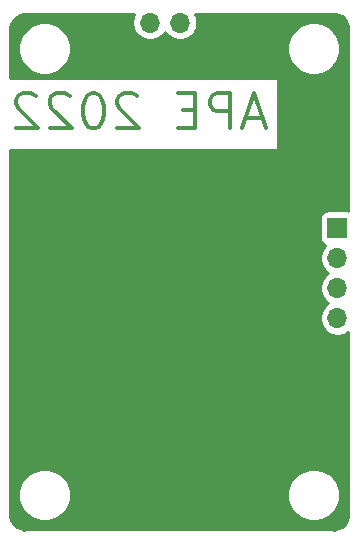
<source format=gbr>
G04 #@! TF.GenerationSoftware,KiCad,Pcbnew,5.1.5+dfsg1-2build2*
G04 #@! TF.CreationDate,2022-04-24T00:37:48-04:00*
G04 #@! TF.ProjectId,maghand,6d616768-616e-4642-9e6b-696361645f70,rev?*
G04 #@! TF.SameCoordinates,Original*
G04 #@! TF.FileFunction,Copper,L2,Bot*
G04 #@! TF.FilePolarity,Positive*
%FSLAX46Y46*%
G04 Gerber Fmt 4.6, Leading zero omitted, Abs format (unit mm)*
G04 Created by KiCad (PCBNEW 5.1.5+dfsg1-2build2) date 2022-04-24 00:37:48*
%MOMM*%
%LPD*%
G04 APERTURE LIST*
%ADD10C,0.300000*%
%ADD11O,1.700000X1.700000*%
%ADD12R,1.700000X1.700000*%
%ADD13C,1.600000*%
%ADD14C,0.254000*%
G04 APERTURE END LIST*
D10*
X129628571Y-99900000D02*
X128200000Y-99900000D01*
X129914285Y-100757142D02*
X128914285Y-97757142D01*
X127914285Y-100757142D01*
X126914285Y-100757142D02*
X126914285Y-97757142D01*
X125771428Y-97757142D01*
X125485714Y-97900000D01*
X125342857Y-98042857D01*
X125200000Y-98328571D01*
X125200000Y-98757142D01*
X125342857Y-99042857D01*
X125485714Y-99185714D01*
X125771428Y-99328571D01*
X126914285Y-99328571D01*
X123914285Y-99185714D02*
X122914285Y-99185714D01*
X122485714Y-100757142D02*
X123914285Y-100757142D01*
X123914285Y-97757142D01*
X122485714Y-97757142D01*
X119057142Y-98042857D02*
X118914285Y-97900000D01*
X118628571Y-97757142D01*
X117914285Y-97757142D01*
X117628571Y-97900000D01*
X117485714Y-98042857D01*
X117342857Y-98328571D01*
X117342857Y-98614285D01*
X117485714Y-99042857D01*
X119200000Y-100757142D01*
X117342857Y-100757142D01*
X115485714Y-97757142D02*
X115200000Y-97757142D01*
X114914285Y-97900000D01*
X114771428Y-98042857D01*
X114628571Y-98328571D01*
X114485714Y-98900000D01*
X114485714Y-99614285D01*
X114628571Y-100185714D01*
X114771428Y-100471428D01*
X114914285Y-100614285D01*
X115200000Y-100757142D01*
X115485714Y-100757142D01*
X115771428Y-100614285D01*
X115914285Y-100471428D01*
X116057142Y-100185714D01*
X116200000Y-99614285D01*
X116200000Y-98900000D01*
X116057142Y-98328571D01*
X115914285Y-98042857D01*
X115771428Y-97900000D01*
X115485714Y-97757142D01*
X113342857Y-98042857D02*
X113200000Y-97900000D01*
X112914285Y-97757142D01*
X112200000Y-97757142D01*
X111914285Y-97900000D01*
X111771428Y-98042857D01*
X111628571Y-98328571D01*
X111628571Y-98614285D01*
X111771428Y-99042857D01*
X113485714Y-100757142D01*
X111628571Y-100757142D01*
X110485714Y-98042857D02*
X110342857Y-97900000D01*
X110057142Y-97757142D01*
X109342857Y-97757142D01*
X109057142Y-97900000D01*
X108914285Y-98042857D01*
X108771428Y-98328571D01*
X108771428Y-98614285D01*
X108914285Y-99042857D01*
X110628571Y-100757142D01*
X108771428Y-100757142D01*
D11*
X120120000Y-91800000D03*
X122660000Y-91800000D03*
D12*
X125200000Y-91800000D03*
D11*
X136000000Y-119360000D03*
X136000000Y-116820000D03*
X136000000Y-114280000D03*
X136000000Y-111740000D03*
D12*
X136000000Y-109200000D03*
D13*
X109600000Y-119060000D03*
X109600000Y-121600000D03*
X109600000Y-113980000D03*
X109600000Y-116520000D03*
X116400000Y-131400000D03*
X118940000Y-131400000D03*
X121480000Y-131400000D03*
X124020000Y-131400000D03*
X134000000Y-99800000D03*
X128400000Y-103600000D03*
X129400000Y-118000000D03*
D14*
G36*
X109566353Y-91085000D02*
G01*
X118811754Y-91085000D01*
X118804010Y-91096589D01*
X118692068Y-91366842D01*
X118635000Y-91653740D01*
X118635000Y-91946260D01*
X118692068Y-92233158D01*
X118804010Y-92503411D01*
X118966525Y-92746632D01*
X119173368Y-92953475D01*
X119416589Y-93115990D01*
X119686842Y-93227932D01*
X119973740Y-93285000D01*
X120266260Y-93285000D01*
X120553158Y-93227932D01*
X120823411Y-93115990D01*
X121066632Y-92953475D01*
X121273475Y-92746632D01*
X121390000Y-92572240D01*
X121506525Y-92746632D01*
X121713368Y-92953475D01*
X121956589Y-93115990D01*
X122226842Y-93227932D01*
X122513740Y-93285000D01*
X122806260Y-93285000D01*
X123093158Y-93227932D01*
X123363411Y-93115990D01*
X123606632Y-92953475D01*
X123813475Y-92746632D01*
X123975990Y-92503411D01*
X124087932Y-92233158D01*
X124145000Y-91946260D01*
X124145000Y-91653740D01*
X124087932Y-91366842D01*
X123975990Y-91096589D01*
X123968246Y-91085000D01*
X135633647Y-91085000D01*
X135727955Y-91075711D01*
X135859659Y-91088625D01*
X136109429Y-91164035D01*
X136339792Y-91286522D01*
X136541980Y-91451422D01*
X136708286Y-91652450D01*
X136832378Y-91881954D01*
X136909531Y-92131195D01*
X136924311Y-92271819D01*
X136915000Y-92366354D01*
X136915000Y-107718330D01*
X136850000Y-107711928D01*
X135150000Y-107711928D01*
X135025518Y-107724188D01*
X134905820Y-107760498D01*
X134795506Y-107819463D01*
X134698815Y-107898815D01*
X134619463Y-107995506D01*
X134560498Y-108105820D01*
X134524188Y-108225518D01*
X134511928Y-108350000D01*
X134511928Y-110050000D01*
X134524188Y-110174482D01*
X134560498Y-110294180D01*
X134619463Y-110404494D01*
X134698815Y-110501185D01*
X134795506Y-110580537D01*
X134905820Y-110639502D01*
X134978380Y-110661513D01*
X134846525Y-110793368D01*
X134684010Y-111036589D01*
X134572068Y-111306842D01*
X134515000Y-111593740D01*
X134515000Y-111886260D01*
X134572068Y-112173158D01*
X134684010Y-112443411D01*
X134846525Y-112686632D01*
X135053368Y-112893475D01*
X135227760Y-113010000D01*
X135053368Y-113126525D01*
X134846525Y-113333368D01*
X134684010Y-113576589D01*
X134572068Y-113846842D01*
X134515000Y-114133740D01*
X134515000Y-114426260D01*
X134572068Y-114713158D01*
X134684010Y-114983411D01*
X134846525Y-115226632D01*
X135053368Y-115433475D01*
X135227760Y-115550000D01*
X135053368Y-115666525D01*
X134846525Y-115873368D01*
X134684010Y-116116589D01*
X134572068Y-116386842D01*
X134515000Y-116673740D01*
X134515000Y-116966260D01*
X134572068Y-117253158D01*
X134684010Y-117523411D01*
X134846525Y-117766632D01*
X135053368Y-117973475D01*
X135296589Y-118135990D01*
X135566842Y-118247932D01*
X135853740Y-118305000D01*
X136146260Y-118305000D01*
X136433158Y-118247932D01*
X136703411Y-118135990D01*
X136915001Y-117994610D01*
X136915001Y-133433647D01*
X136924289Y-133527950D01*
X136911375Y-133659660D01*
X136835965Y-133909429D01*
X136713477Y-134139794D01*
X136548579Y-134341979D01*
X136347546Y-134508288D01*
X136118046Y-134632378D01*
X135868805Y-134709531D01*
X135728181Y-134724311D01*
X135633647Y-134715000D01*
X109566353Y-134715000D01*
X109472045Y-134724289D01*
X109340340Y-134711375D01*
X109090571Y-134635965D01*
X108860206Y-134513477D01*
X108658021Y-134348579D01*
X108491712Y-134147546D01*
X108367622Y-133918046D01*
X108290469Y-133668805D01*
X108275689Y-133528181D01*
X108285000Y-133433647D01*
X108285000Y-131579872D01*
X108965000Y-131579872D01*
X108965000Y-132020128D01*
X109050890Y-132451925D01*
X109219369Y-132858669D01*
X109463962Y-133224729D01*
X109775271Y-133536038D01*
X110141331Y-133780631D01*
X110548075Y-133949110D01*
X110979872Y-134035000D01*
X111420128Y-134035000D01*
X111851925Y-133949110D01*
X112258669Y-133780631D01*
X112624729Y-133536038D01*
X112936038Y-133224729D01*
X113180631Y-132858669D01*
X113349110Y-132451925D01*
X113435000Y-132020128D01*
X113435000Y-131579872D01*
X131765000Y-131579872D01*
X131765000Y-132020128D01*
X131850890Y-132451925D01*
X132019369Y-132858669D01*
X132263962Y-133224729D01*
X132575271Y-133536038D01*
X132941331Y-133780631D01*
X133348075Y-133949110D01*
X133779872Y-134035000D01*
X134220128Y-134035000D01*
X134651925Y-133949110D01*
X135058669Y-133780631D01*
X135424729Y-133536038D01*
X135736038Y-133224729D01*
X135980631Y-132858669D01*
X136149110Y-132451925D01*
X136235000Y-132020128D01*
X136235000Y-131579872D01*
X136149110Y-131148075D01*
X135980631Y-130741331D01*
X135736038Y-130375271D01*
X135424729Y-130063962D01*
X135058669Y-129819369D01*
X134651925Y-129650890D01*
X134220128Y-129565000D01*
X133779872Y-129565000D01*
X133348075Y-129650890D01*
X132941331Y-129819369D01*
X132575271Y-130063962D01*
X132263962Y-130375271D01*
X132019369Y-130741331D01*
X131850890Y-131148075D01*
X131765000Y-131579872D01*
X113435000Y-131579872D01*
X113349110Y-131148075D01*
X113180631Y-130741331D01*
X112936038Y-130375271D01*
X112624729Y-130063962D01*
X112258669Y-129819369D01*
X111851925Y-129650890D01*
X111420128Y-129565000D01*
X110979872Y-129565000D01*
X110548075Y-129650890D01*
X110141331Y-129819369D01*
X109775271Y-130063962D01*
X109463962Y-130375271D01*
X109219369Y-130741331D01*
X109050890Y-131148075D01*
X108965000Y-131579872D01*
X108285000Y-131579872D01*
X108285000Y-102600000D01*
X130985000Y-102600000D01*
X130985000Y-96530000D01*
X108285000Y-96530000D01*
X108285000Y-93779872D01*
X108965000Y-93779872D01*
X108965000Y-94220128D01*
X109050890Y-94651925D01*
X109219369Y-95058669D01*
X109463962Y-95424729D01*
X109775271Y-95736038D01*
X110141331Y-95980631D01*
X110548075Y-96149110D01*
X110979872Y-96235000D01*
X111420128Y-96235000D01*
X111851925Y-96149110D01*
X112258669Y-95980631D01*
X112624729Y-95736038D01*
X112936038Y-95424729D01*
X113180631Y-95058669D01*
X113349110Y-94651925D01*
X113435000Y-94220128D01*
X113435000Y-93779872D01*
X131765000Y-93779872D01*
X131765000Y-94220128D01*
X131850890Y-94651925D01*
X132019369Y-95058669D01*
X132263962Y-95424729D01*
X132575271Y-95736038D01*
X132941331Y-95980631D01*
X133348075Y-96149110D01*
X133779872Y-96235000D01*
X134220128Y-96235000D01*
X134651925Y-96149110D01*
X135058669Y-95980631D01*
X135424729Y-95736038D01*
X135736038Y-95424729D01*
X135980631Y-95058669D01*
X136149110Y-94651925D01*
X136235000Y-94220128D01*
X136235000Y-93779872D01*
X136149110Y-93348075D01*
X135980631Y-92941331D01*
X135736038Y-92575271D01*
X135424729Y-92263962D01*
X135058669Y-92019369D01*
X134651925Y-91850890D01*
X134220128Y-91765000D01*
X133779872Y-91765000D01*
X133348075Y-91850890D01*
X132941331Y-92019369D01*
X132575271Y-92263962D01*
X132263962Y-92575271D01*
X132019369Y-92941331D01*
X131850890Y-93348075D01*
X131765000Y-93779872D01*
X113435000Y-93779872D01*
X113349110Y-93348075D01*
X113180631Y-92941331D01*
X112936038Y-92575271D01*
X112624729Y-92263962D01*
X112258669Y-92019369D01*
X111851925Y-91850890D01*
X111420128Y-91765000D01*
X110979872Y-91765000D01*
X110548075Y-91850890D01*
X110141331Y-92019369D01*
X109775271Y-92263962D01*
X109463962Y-92575271D01*
X109219369Y-92941331D01*
X109050890Y-93348075D01*
X108965000Y-93779872D01*
X108285000Y-93779872D01*
X108285000Y-92366353D01*
X108275711Y-92272045D01*
X108288625Y-92140341D01*
X108364035Y-91890571D01*
X108486522Y-91660208D01*
X108651422Y-91458020D01*
X108852450Y-91291714D01*
X109081954Y-91167622D01*
X109331195Y-91090469D01*
X109471819Y-91075689D01*
X109566353Y-91085000D01*
G37*
X109566353Y-91085000D02*
X118811754Y-91085000D01*
X118804010Y-91096589D01*
X118692068Y-91366842D01*
X118635000Y-91653740D01*
X118635000Y-91946260D01*
X118692068Y-92233158D01*
X118804010Y-92503411D01*
X118966525Y-92746632D01*
X119173368Y-92953475D01*
X119416589Y-93115990D01*
X119686842Y-93227932D01*
X119973740Y-93285000D01*
X120266260Y-93285000D01*
X120553158Y-93227932D01*
X120823411Y-93115990D01*
X121066632Y-92953475D01*
X121273475Y-92746632D01*
X121390000Y-92572240D01*
X121506525Y-92746632D01*
X121713368Y-92953475D01*
X121956589Y-93115990D01*
X122226842Y-93227932D01*
X122513740Y-93285000D01*
X122806260Y-93285000D01*
X123093158Y-93227932D01*
X123363411Y-93115990D01*
X123606632Y-92953475D01*
X123813475Y-92746632D01*
X123975990Y-92503411D01*
X124087932Y-92233158D01*
X124145000Y-91946260D01*
X124145000Y-91653740D01*
X124087932Y-91366842D01*
X123975990Y-91096589D01*
X123968246Y-91085000D01*
X135633647Y-91085000D01*
X135727955Y-91075711D01*
X135859659Y-91088625D01*
X136109429Y-91164035D01*
X136339792Y-91286522D01*
X136541980Y-91451422D01*
X136708286Y-91652450D01*
X136832378Y-91881954D01*
X136909531Y-92131195D01*
X136924311Y-92271819D01*
X136915000Y-92366354D01*
X136915000Y-107718330D01*
X136850000Y-107711928D01*
X135150000Y-107711928D01*
X135025518Y-107724188D01*
X134905820Y-107760498D01*
X134795506Y-107819463D01*
X134698815Y-107898815D01*
X134619463Y-107995506D01*
X134560498Y-108105820D01*
X134524188Y-108225518D01*
X134511928Y-108350000D01*
X134511928Y-110050000D01*
X134524188Y-110174482D01*
X134560498Y-110294180D01*
X134619463Y-110404494D01*
X134698815Y-110501185D01*
X134795506Y-110580537D01*
X134905820Y-110639502D01*
X134978380Y-110661513D01*
X134846525Y-110793368D01*
X134684010Y-111036589D01*
X134572068Y-111306842D01*
X134515000Y-111593740D01*
X134515000Y-111886260D01*
X134572068Y-112173158D01*
X134684010Y-112443411D01*
X134846525Y-112686632D01*
X135053368Y-112893475D01*
X135227760Y-113010000D01*
X135053368Y-113126525D01*
X134846525Y-113333368D01*
X134684010Y-113576589D01*
X134572068Y-113846842D01*
X134515000Y-114133740D01*
X134515000Y-114426260D01*
X134572068Y-114713158D01*
X134684010Y-114983411D01*
X134846525Y-115226632D01*
X135053368Y-115433475D01*
X135227760Y-115550000D01*
X135053368Y-115666525D01*
X134846525Y-115873368D01*
X134684010Y-116116589D01*
X134572068Y-116386842D01*
X134515000Y-116673740D01*
X134515000Y-116966260D01*
X134572068Y-117253158D01*
X134684010Y-117523411D01*
X134846525Y-117766632D01*
X135053368Y-117973475D01*
X135296589Y-118135990D01*
X135566842Y-118247932D01*
X135853740Y-118305000D01*
X136146260Y-118305000D01*
X136433158Y-118247932D01*
X136703411Y-118135990D01*
X136915001Y-117994610D01*
X136915001Y-133433647D01*
X136924289Y-133527950D01*
X136911375Y-133659660D01*
X136835965Y-133909429D01*
X136713477Y-134139794D01*
X136548579Y-134341979D01*
X136347546Y-134508288D01*
X136118046Y-134632378D01*
X135868805Y-134709531D01*
X135728181Y-134724311D01*
X135633647Y-134715000D01*
X109566353Y-134715000D01*
X109472045Y-134724289D01*
X109340340Y-134711375D01*
X109090571Y-134635965D01*
X108860206Y-134513477D01*
X108658021Y-134348579D01*
X108491712Y-134147546D01*
X108367622Y-133918046D01*
X108290469Y-133668805D01*
X108275689Y-133528181D01*
X108285000Y-133433647D01*
X108285000Y-131579872D01*
X108965000Y-131579872D01*
X108965000Y-132020128D01*
X109050890Y-132451925D01*
X109219369Y-132858669D01*
X109463962Y-133224729D01*
X109775271Y-133536038D01*
X110141331Y-133780631D01*
X110548075Y-133949110D01*
X110979872Y-134035000D01*
X111420128Y-134035000D01*
X111851925Y-133949110D01*
X112258669Y-133780631D01*
X112624729Y-133536038D01*
X112936038Y-133224729D01*
X113180631Y-132858669D01*
X113349110Y-132451925D01*
X113435000Y-132020128D01*
X113435000Y-131579872D01*
X131765000Y-131579872D01*
X131765000Y-132020128D01*
X131850890Y-132451925D01*
X132019369Y-132858669D01*
X132263962Y-133224729D01*
X132575271Y-133536038D01*
X132941331Y-133780631D01*
X133348075Y-133949110D01*
X133779872Y-134035000D01*
X134220128Y-134035000D01*
X134651925Y-133949110D01*
X135058669Y-133780631D01*
X135424729Y-133536038D01*
X135736038Y-133224729D01*
X135980631Y-132858669D01*
X136149110Y-132451925D01*
X136235000Y-132020128D01*
X136235000Y-131579872D01*
X136149110Y-131148075D01*
X135980631Y-130741331D01*
X135736038Y-130375271D01*
X135424729Y-130063962D01*
X135058669Y-129819369D01*
X134651925Y-129650890D01*
X134220128Y-129565000D01*
X133779872Y-129565000D01*
X133348075Y-129650890D01*
X132941331Y-129819369D01*
X132575271Y-130063962D01*
X132263962Y-130375271D01*
X132019369Y-130741331D01*
X131850890Y-131148075D01*
X131765000Y-131579872D01*
X113435000Y-131579872D01*
X113349110Y-131148075D01*
X113180631Y-130741331D01*
X112936038Y-130375271D01*
X112624729Y-130063962D01*
X112258669Y-129819369D01*
X111851925Y-129650890D01*
X111420128Y-129565000D01*
X110979872Y-129565000D01*
X110548075Y-129650890D01*
X110141331Y-129819369D01*
X109775271Y-130063962D01*
X109463962Y-130375271D01*
X109219369Y-130741331D01*
X109050890Y-131148075D01*
X108965000Y-131579872D01*
X108285000Y-131579872D01*
X108285000Y-102600000D01*
X130985000Y-102600000D01*
X130985000Y-96530000D01*
X108285000Y-96530000D01*
X108285000Y-93779872D01*
X108965000Y-93779872D01*
X108965000Y-94220128D01*
X109050890Y-94651925D01*
X109219369Y-95058669D01*
X109463962Y-95424729D01*
X109775271Y-95736038D01*
X110141331Y-95980631D01*
X110548075Y-96149110D01*
X110979872Y-96235000D01*
X111420128Y-96235000D01*
X111851925Y-96149110D01*
X112258669Y-95980631D01*
X112624729Y-95736038D01*
X112936038Y-95424729D01*
X113180631Y-95058669D01*
X113349110Y-94651925D01*
X113435000Y-94220128D01*
X113435000Y-93779872D01*
X131765000Y-93779872D01*
X131765000Y-94220128D01*
X131850890Y-94651925D01*
X132019369Y-95058669D01*
X132263962Y-95424729D01*
X132575271Y-95736038D01*
X132941331Y-95980631D01*
X133348075Y-96149110D01*
X133779872Y-96235000D01*
X134220128Y-96235000D01*
X134651925Y-96149110D01*
X135058669Y-95980631D01*
X135424729Y-95736038D01*
X135736038Y-95424729D01*
X135980631Y-95058669D01*
X136149110Y-94651925D01*
X136235000Y-94220128D01*
X136235000Y-93779872D01*
X136149110Y-93348075D01*
X135980631Y-92941331D01*
X135736038Y-92575271D01*
X135424729Y-92263962D01*
X135058669Y-92019369D01*
X134651925Y-91850890D01*
X134220128Y-91765000D01*
X133779872Y-91765000D01*
X133348075Y-91850890D01*
X132941331Y-92019369D01*
X132575271Y-92263962D01*
X132263962Y-92575271D01*
X132019369Y-92941331D01*
X131850890Y-93348075D01*
X131765000Y-93779872D01*
X113435000Y-93779872D01*
X113349110Y-93348075D01*
X113180631Y-92941331D01*
X112936038Y-92575271D01*
X112624729Y-92263962D01*
X112258669Y-92019369D01*
X111851925Y-91850890D01*
X111420128Y-91765000D01*
X110979872Y-91765000D01*
X110548075Y-91850890D01*
X110141331Y-92019369D01*
X109775271Y-92263962D01*
X109463962Y-92575271D01*
X109219369Y-92941331D01*
X109050890Y-93348075D01*
X108965000Y-93779872D01*
X108285000Y-93779872D01*
X108285000Y-92366353D01*
X108275711Y-92272045D01*
X108288625Y-92140341D01*
X108364035Y-91890571D01*
X108486522Y-91660208D01*
X108651422Y-91458020D01*
X108852450Y-91291714D01*
X109081954Y-91167622D01*
X109331195Y-91090469D01*
X109471819Y-91075689D01*
X109566353Y-91085000D01*
M02*

</source>
